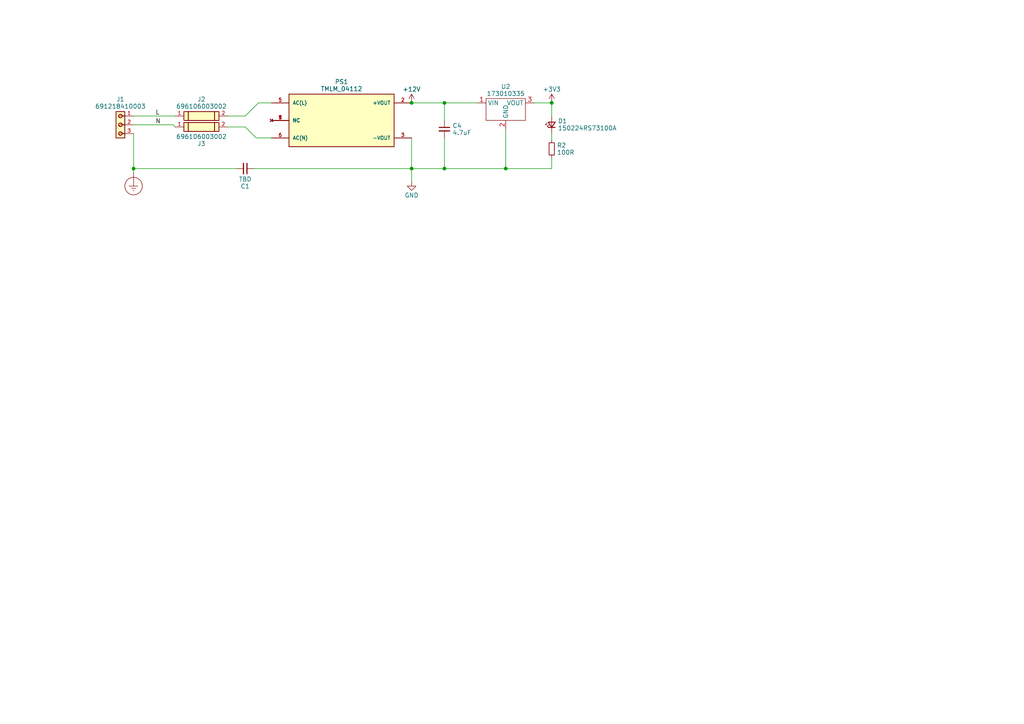
<source format=kicad_sch>
(kicad_sch (version 20230121) (generator eeschema)
  (paper "A4")
  (lib_symbols
    (symbol "Device:C_Small" (pin_numbers hide) (pin_names (offset 0.254) hide)
      (property "Reference" "C" (at 0.254 1.778 0))
      (property "Value" "C_Small" (at 0.254 -2.032 0))
      (symbol "C_Small_0_1"
        (polyline (pts (xy -1.524 -0.508) (xy 1.524 -0.508)) (stroke (width 0.3302)))
        (polyline (pts (xy -1.524 0.508) (xy 1.524 0.508)) (stroke (width 0.3048)))
      )
      (symbol "C_Small_1_1"
        (pin passive line (at 0 2.54 270) (length 2.032) (name "~") (number "1"))
        (pin passive line (at 0 -2.54 90) (length 2.032) (name "~") (number "2"))
      )
    )
    (symbol "Device:R_Small" (pin_numbers hide) (pin_names (offset 0.254) hide)
      (property "Reference" "R" (at 0.762 0.508 0))
      (property "Value" "R_Small" (at 0.762 -1.016 0))
      (symbol "R_Small_0_1"
        (rectangle (start -0.762 1.778) (end 0.762 -1.778) (stroke (width 0.2032)))
      )
      (symbol "R_Small_1_1"
        (pin passive line (at 0 2.54 270) (length 0.762) (name "~") (number "1"))
        (pin passive line (at 0 -2.54 90) (length 0.762) (name "~") (number "2"))
      )
    )
    (symbol "manul_tech:150224RS73100A" (pin_numbers hide) (pin_names (offset 0.254) hide)
      (property "Reference" "D" (at -1.27 3.175 0))
      (property "Value" "150224RS73100A" (at -8.89 5.08 0))
      (symbol "150224RS73100A_0_1"
        (polyline (pts (xy -0.762 -1.016) (xy -0.762 1.016)) (stroke (width 0.254)))
        (polyline (pts (xy 1.016 0) (xy -0.762 0)))
        (polyline (pts (xy 0.762 -1.016) (xy -0.762 0) (xy 0.762 1.016) (xy 0.762 -1.016)) (stroke (width 0.254)))
        (polyline (pts (xy 0 0.762) (xy -0.508 1.27) (xy -0.254 1.27) (xy -0.508 1.27) (xy -0.508 1.016)))
        (polyline (pts (xy 0.508 1.27) (xy 0 1.778) (xy 0.254 1.778) (xy 0 1.778) (xy 0 1.524)))
      )
      (symbol "150224RS73100A_1_1"
        (pin passive line (at -2.54 0 0) (length 1.778) (name "K") (number "1"))
        (pin passive line (at 2.54 0 180) (length 1.778) (name "A") (number "2"))
      )
    )
    (symbol "manul_tech:173010335"
      (property "Reference" "U" (at 0 2.54 0))
      (property "Value" "173010335" (at 0 4.445 0))
      (symbol "173010335_0_1"
        (rectangle (start -5.715 1.27) (end 5.715 -5.08))
      )
      (symbol "173010335_1_1"
        (pin input line (at -8.255 0 0) (length 2.54) (name "VIN") (number "1"))
        (pin output line (at 0 -7.62 90) (length 2.54) (name "GND") (number "2"))
        (pin output line (at 8.255 0 180) (length 2.54) (name "VOUT") (number "3"))
      )
    )
    (symbol "manul_tech:691218410003" (pin_names (offset 1.016))
      (property "Reference" "J" (at -4.88 -0.922 0))
      (property "Value" "691218410003" (at -4.83 -2.58 0))
      (symbol "691218410003_0_0"
        (rectangle (start -3.81 -2.54) (end 3.81 0) (stroke (width 0.254)) (fill (type background)))
        (circle (center -2.54 -1.27) (radius 0.508) (stroke (width 0.254)))
        (circle (center 0 -1.27) (radius 0.508) (stroke (width 0.254)))
        (polyline (pts (xy -2.54 -1.778) (xy -2.54 -2.54)) (stroke (width 0.254)))
        (polyline (pts (xy -2.286 -1.016) (xy -2.794 -1.524)) (stroke (width 0.1524)))
        (polyline (pts (xy 0 -1.778) (xy 0 -2.54)) (stroke (width 0.254)))
        (polyline (pts (xy 0.254 -1.016) (xy -0.254 -1.524)) (stroke (width 0.1524)))
        (polyline (pts (xy 2.54 -1.778) (xy 2.54 -2.54)) (stroke (width 0.254)))
        (polyline (pts (xy 2.794 -1.016) (xy 2.286 -1.524)) (stroke (width 0.1524)))
        (circle (center 2.54 -1.27) (radius 0.508) (stroke (width 0.254)))
        (pin passive line (at -2.54 -5.08 90) (length 2.54) (name "~") (number "1"))
        (pin passive line (at 0 -5.08 90) (length 2.54) (name "~") (number "2"))
        (pin passive line (at 2.54 -5.08 90) (length 2.54) (name "~") (number "3"))
      )
    )
    (symbol "manul_tech:696106003002" (pin_names (offset 1.016))
      (property "Reference" "J" (at 0 2.54 0))
      (property "Value" "696106003002" (at -6.985 -3.81 0))
      (symbol "696106003002_0_0"
        (rectangle (start -5.08 -1.27) (end 5.08 1.27) (stroke (width 0.254)) (fill (type background)))
        (polyline (pts (xy -3.81 1.27) (xy -3.81 -1.27)) (stroke (width 0.254)))
        (polyline (pts (xy 3.81 1.27) (xy 3.81 -1.27)) (stroke (width 0.254)))
        (pin passive line (at -7.62 0 0) (length 2.54) (name "~") (number "1"))
        (pin passive line (at 7.62 0 180) (length 2.54) (name "~") (number "2"))
      )
    )
    (symbol "manul_tech:TMLM_04112" (pin_names (offset 1.016))
      (property "Reference" "PS" (at -15.24 8.382 0))
      (property "Value" "TMLM_04112" (at -15.24 -10.16 0))
      (symbol "TMLM_04112_0_0"
        (rectangle (start -15.24 -7.62) (end 15.24 7.62) (stroke (width 0.254)) (fill (type background)))
        (pin no_connect line (at -20.32 0 0) (length 5.08) (name "NC") (number "1"))
        (pin output line (at 20.32 5.08 180) (length 5.08) (name "+VOUT") (number "2"))
        (pin output line (at 20.32 -5.08 180) (length 5.08) (name "-VOUT") (number "3"))
        (pin no_connect line (at -20.32 0 0) (length 5.08) (name "NC") (number "4"))
        (pin input line (at -20.32 5.08 0) (length 5.08) (name "AC(L)") (number "5"))
        (pin input line (at -20.32 -5.08 0) (length 5.08) (name "AC(N)") (number "6"))
        (pin no_connect line (at -20.32 0 0) (length 5.08) (name "NC") (number "7"))
      )
    )
    (symbol "power:+12V" (power) (pin_names (offset 0))
      (property "Value" "+12V" (at 0 3.556 0))
      (symbol "+12V_0_1"
        (polyline (pts (xy -0.762 1.27) (xy 0 2.54)))
        (polyline (pts (xy 0 0) (xy 0 2.54)))
        (polyline (pts (xy 0 2.54) (xy 0.762 1.27)))
      )
      (symbol "+12V_1_1"
        (pin power_in line (at 0 0 90) (length 0) hide (name "+12V") (number "1"))
      )
    )
    (symbol "power:+3V3" (power) (pin_names (offset 0))
      (property "Value" "+3V3" (at 0 3.556 0))
      (symbol "+3V3_0_1"
        (polyline (pts (xy -0.762 1.27) (xy 0 2.54)))
        (polyline (pts (xy 0 0) (xy 0 2.54)))
        (polyline (pts (xy 0 2.54) (xy 0.762 1.27)))
      )
      (symbol "+3V3_1_1"
        (pin power_in line (at 0 0 90) (length 0) hide (name "+3V3") (number "1"))
      )
    )
    (symbol "power:Earth_Protective" (power) (pin_names (offset 0))
      (symbol "Earth_Protective_0_1"
        (circle (center 0 -3.81) (radius 2.54))
        (polyline (pts (xy -0.635 -4.445) (xy 0.635 -4.445)))
        (polyline (pts (xy -0.127 -5.08) (xy 0.127 -5.08)))
        (polyline (pts (xy 0 -3.81) (xy 0 0)))
        (polyline (pts (xy 1.27 -3.81) (xy -1.27 -3.81)))
      )
      (symbol "Earth_Protective_1_1"
        (pin power_in line (at 0 0 270) (length 0) hide (name "Earth_Protective") (number "1"))
      )
    )
    (symbol "power:GND" (power) (pin_names (offset 0))
      (property "Value" "GND" (at 0 -3.81 0))
      (symbol "GND_0_1"
        (polyline (pts (xy 0 0) (xy 0 -1.27) (xy 1.27 -1.27) (xy 0 -2.54) (xy -1.27 -1.27) (xy 0 -1.27)))
      )
      (symbol "GND_1_1"
        (pin power_in line (at 0 0 270) (length 0) hide (name "GND") (number "1"))
      )
    )
  )
  (junction (at 119.38 29.845))
  (junction (at 128.905 48.895))
  (junction (at 160.02 29.845))
  (junction (at 128.905 29.845))
  (junction (at 146.685 48.895))
  (junction (at 38.735 48.895))
  (junction (at 119.38 48.895))
  (wire (pts (xy 74.93 29.845) (xy 78.74 29.845)))
  (wire (pts (xy 160.02 38.735) (xy 160.02 40.64)))
  (wire (pts (xy 66.04 36.83) (xy 71.12 36.83)))
  (wire (pts (xy 128.905 29.845) (xy 128.905 34.925)))
  (wire (pts (xy 154.94 29.845) (xy 160.02 29.845)))
  (wire (pts (xy 71.12 36.83) (xy 74.295 40.005)))
  (wire (pts (xy 160.02 45.72) (xy 160.02 48.895)))
  (wire (pts (xy 119.38 48.895) (xy 119.38 52.705)))
  (wire (pts (xy 73.66 48.895) (xy 119.38 48.895)))
  (wire (pts (xy 71.12 33.655) (xy 74.93 29.845)))
  (wire (pts (xy 38.735 33.655) (xy 50.8 33.655)))
  (wire (pts (xy 146.685 37.465) (xy 146.685 48.895)))
  (wire (pts (xy 119.38 40.005) (xy 119.38 48.895)))
  (wire (pts (xy 119.38 29.845) (xy 128.905 29.845)))
  (wire (pts (xy 38.735 36.195) (xy 50.165 36.195)))
  (wire (pts (xy 128.905 29.845) (xy 138.43 29.845)))
  (wire (pts (xy 38.735 48.895) (xy 38.735 50.165)))
  (wire (pts (xy 66.04 33.655) (xy 71.12 33.655)))
  (wire (pts (xy 38.735 38.735) (xy 38.735 48.895)))
  (wire (pts (xy 50.165 36.195) (xy 50.8 36.83)))
  (wire (pts (xy 128.905 48.895) (xy 146.685 48.895)))
  (wire (pts (xy 128.905 40.005) (xy 128.905 48.895)))
  (wire (pts (xy 146.685 48.895) (xy 160.02 48.895)))
  (wire (pts (xy 160.02 29.845) (xy 160.02 33.655)))
  (wire (pts (xy 74.295 40.005) (xy 78.74 40.005)))
  (wire (pts (xy 119.38 48.895) (xy 128.905 48.895)))
  (wire (pts (xy 38.735 48.895) (xy 68.58 48.895)))
  (label "N" (at 45.085 36.195 0))
  (label "L" (at 45.085 33.655 0))
  (symbol (lib_id "manul_tech:691218410003") (at 33.655 36.195 90) (mirror x) (unit 1)
    (property "Reference" "J1" (at 34.925 28.805 90))
    (property "Value" "691218410003" (at 34.925 30.853 90))
    (property "Footprint" "manul_tech:691218410003" (effects hide))
  )
  (symbol (lib_id "manul_tech:173010335") (at 146.685 29.845 0) (unit 1)
    (property "Reference" "U2" (at 146.685 25.122 0))
    (property "Value" "173010335" (at 146.685 27.17 0))
    (property "Footprint" "manul_tech:173010335" (effects hide))
  )
  (symbol (lib_id "Device:C_Small") (at 71.12 48.895 270) (mirror x) (unit 1)
    (property "Reference" "C1" (at 71.1136 54.0371 90))
    (property "Value" "TBD" (at 71.1136 51.9891 90))
    (property "Footprint" "Capacitor_SMD:C_1206_3216Metric" (effects hide))
  )
  (symbol (lib_id "manul_tech:TMLM_04112") (at 99.06 34.925 0) (unit 1)
    (property "Reference" "PS1" (at 99.06 23.725 0))
    (property "Value" "TMLM_04112" (at 99.06 25.773 0))
    (property "Footprint" "manul_tech:CONV_TMLM_04112" (effects hide))
    (property "MF" "Traco Power" (effects hide))
    (property "MAXIMUM_PACKAGE_HEIGHT" "17.1mm" (effects hide))
    (property "Package" "THD-7 Traco Power" (effects hide))
    (property "Price" "None" (effects hide))
    (property "Check_prices" "https://www.snapeda.com/parts/TMLM%2004112/Traco+Power/view-part/?ref=eda" (effects hide))
    (property "STANDARD" "IPC 7351B" (effects hide))
    (property "PARTREV" "Feb 2,2021" (effects hide))
    (property "SnapEDA_Link" "https://www.snapeda.com/parts/TMLM%2004112/Traco+Power/view-part/?ref=snap" (effects hide))
    (property "MP" "TMLM 04112" (effects hide))
    (property "Description" "\n                        \n                            4 Watt AC/DC modules, industrial, 85-264 VAC input, encapsulated, PCB mount\n                        \n" (effects hide))
    (property "Availability" "In Stock" (effects hide))
    (property "MANUFACTURER" "Traco Power" (effects hide))
  )
  (symbol (lib_id "manul_tech:696106003002") (at 58.42 33.655 0) (unit 1)
    (property "Reference" "J2" (at 58.42 28.805 0))
    (property "Value" "696106003002" (at 58.42 30.853 0))
    (property "Footprint" "manul_tech:696106003002" (effects hide))
    (property "MF" "Würth Elektronik" (effects hide))
    (property "MPN" "696106003002" (effects hide))
  )
  (symbol (lib_id "manul_tech:696106003002") (at 58.42 36.83 0) (mirror x) (unit 1)
    (property "Reference" "J3" (at 58.42 41.68 0))
    (property "Value" "696106003002" (at 58.42 39.632 0))
    (property "Footprint" "manul_tech:696106003002" (effects hide))
    (property "MF" "Würth Elektronik" (effects hide))
    (property "MPN" "696106003002" (effects hide))
  )
  (symbol (lib_id "power:+3V3") (at 160.02 29.845 0) (unit 1)
    (property "Reference" "#PWR09" (effects hide))
    (property "Value" "+3V3" (at 160.02 25.9 0))
  )
  (symbol (lib_id "power:GND") (at 119.38 52.705 0) (unit 1)
    (property "Reference" "#PWR02" (effects hide))
    (property "Value" "GND" (at 119.38 56.65 0))
  )
  (symbol (lib_id "power:+12V") (at 119.38 29.845 0) (unit 1)
    (property "Reference" "#PWR03" (effects hide))
    (property "Value" "+12V" (at 119.38 25.9 0))
  )
  (symbol (lib_id "power:Earth_Protective") (at 38.735 50.165 0) (unit 1)
    (property "Reference" "#PWR01" (effects hide))
    (property "Value" "Earth_Protective" (effects hide))
  )
  (symbol (lib_id "Device:C_Small") (at 128.905 37.465 0) (unit 1)
    (property "Reference" "C4" (at 131.2291 36.4473 0) (effects (justify left)))
    (property "Value" "4.7uF" (at 131.2291 38.4953 0) (effects (justify left)))
    (property "Footprint" "Capacitor_SMD:C_0805_2012Metric" (effects hide))
    (property "MPN" "885012107018" (effects hide))
    (property "Manufacturer" "Wuerth Elektronik" (effects hide))
  )
  (symbol (lib_id "Device:R_Small") (at 160.02 43.18 0) (unit 1)
    (property "Reference" "R2" (at 161.5186 42.156 0) (effects (justify left)))
    (property "Value" "100R" (at 161.5186 44.204 0) (effects (justify left)))
    (property "Footprint" "Resistor_SMD:R_0805_2012Metric" (effects hide))
  )
  (symbol (lib_id "manul_tech:150224RS73100A") (at 160.02 36.195 90) (unit 1)
    (property "Reference" "D1" (at 161.798 35.1075 90) (effects (justify right)))
    (property "Value" "150224RS73100A" (at 161.798 37.1555 90) (effects (justify right)))
    (property "Footprint" "manul_tech:LED_2214" (effects hide))
    (property "color" "Red" (effects hide))
    (property "Vf(max)" "2.4V" (effects hide))
    (property "Vf(typ)" "2.0V" (effects hide))
    (property "If(max)" "0.02A" (effects hide))
  )
)
</source>
